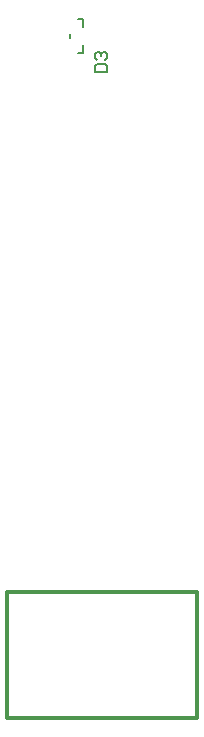
<source format=gbo>
G04*
G04 #@! TF.GenerationSoftware,Altium Limited,Altium Designer,20.0.13 (296)*
G04*
G04 Layer_Color=32896*
%FSLAX44Y44*%
%MOMM*%
G71*
G01*
G75*
%ADD10C,0.1500*%
%ADD11C,0.2000*%
%ADD12C,0.3000*%
D10*
X532250Y833750D02*
X536250D01*
Y827000D02*
Y833750D01*
X532250Y804750D02*
X536250D01*
Y811250D01*
X525500Y817000D02*
Y820500D01*
D11*
X556248Y788419D02*
X546252D01*
Y793418D01*
X547918Y795084D01*
X554582D01*
X556248Y793418D01*
Y788419D01*
X554582Y798416D02*
X556248Y800082D01*
Y803415D01*
X554582Y805081D01*
X552916D01*
X551250Y803415D01*
Y801748D01*
Y803415D01*
X549584Y805081D01*
X547918D01*
X546252Y803415D01*
Y800082D01*
X547918Y798416D01*
D12*
X471660Y241810D02*
X632950D01*
X471660D02*
Y348490D01*
X632950D01*
Y241810D02*
Y348490D01*
M02*

</source>
